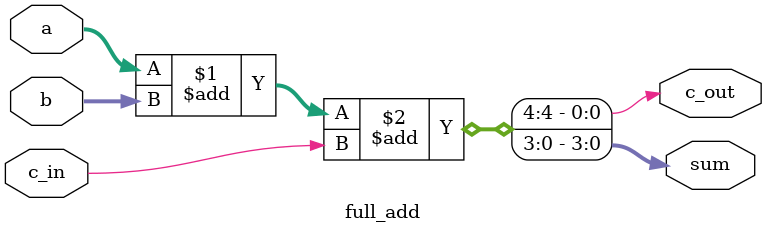
<source format=v>
/*5. Create a 4-bit full adder using only assign statement:
assign {c_out, sum} = a + b + c_in;*/
module full_add(a,b,c_in,sum,c_out);
input  [3:0]a;
input [3:0]b;
input c_in;
output [3:0]sum;
output c_out;
assign {c_out, sum} = a + b + c_in;
endmodule

</source>
